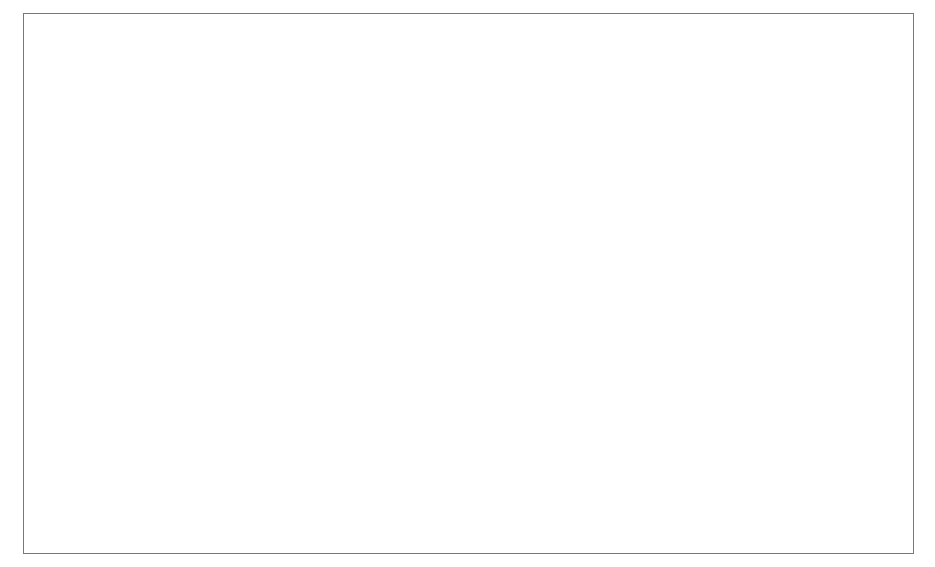
<source format=gbr>
G04 #@! TF.GenerationSoftware,KiCad,Pcbnew,(5.1.5)-3*
G04 #@! TF.CreationDate,2020-01-02T02:10:15+03:00*
G04 #@! TF.ProjectId,Sharp 11Pin Breadboard,53686172-7020-4313-9150-696e20427265,rev?*
G04 #@! TF.SameCoordinates,Original*
G04 #@! TF.FileFunction,Profile,NP*
%FSLAX46Y46*%
G04 Gerber Fmt 4.6, Leading zero omitted, Abs format (unit mm)*
G04 Created by KiCad (PCBNEW (5.1.5)-3) date 2020-01-02 02:10:15*
%MOMM*%
%LPD*%
G04 APERTURE LIST*
%ADD10C,0.050000*%
G04 APERTURE END LIST*
D10*
X93520000Y-92710000D02*
X168910000Y-92710000D01*
X93520000Y-92710000D02*
X93520000Y-46990000D01*
X168910000Y-46990000D02*
X168910000Y-92710000D01*
X93520000Y-46990000D02*
X168910000Y-46990000D01*
M02*

</source>
